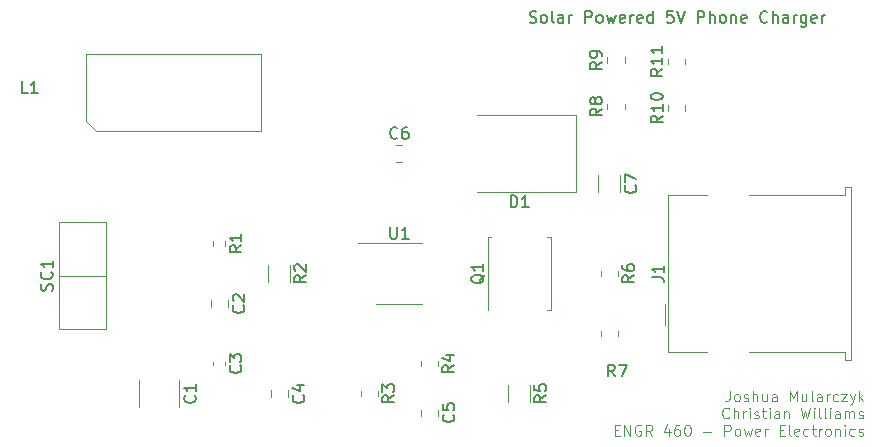
<source format=gbr>
%TF.GenerationSoftware,KiCad,Pcbnew,(6.0.4)*%
%TF.CreationDate,2022-06-02T17:00:47-07:00*%
%TF.ProjectId,SolarChargerV7,536f6c61-7243-4686-9172-67657256372e,rev?*%
%TF.SameCoordinates,Original*%
%TF.FileFunction,Legend,Top*%
%TF.FilePolarity,Positive*%
%FSLAX46Y46*%
G04 Gerber Fmt 4.6, Leading zero omitted, Abs format (unit mm)*
G04 Created by KiCad (PCBNEW (6.0.4)) date 2022-06-02 17:00:47*
%MOMM*%
%LPD*%
G01*
G04 APERTURE LIST*
%ADD10C,0.150000*%
%ADD11C,0.125000*%
%ADD12C,0.120000*%
G04 APERTURE END LIST*
D10*
X138033809Y-49844761D02*
X138176666Y-49892380D01*
X138414761Y-49892380D01*
X138509999Y-49844761D01*
X138557619Y-49797142D01*
X138605238Y-49701904D01*
X138605238Y-49606666D01*
X138557619Y-49511428D01*
X138509999Y-49463809D01*
X138414761Y-49416190D01*
X138224285Y-49368571D01*
X138129047Y-49320952D01*
X138081428Y-49273333D01*
X138033809Y-49178095D01*
X138033809Y-49082857D01*
X138081428Y-48987619D01*
X138129047Y-48940000D01*
X138224285Y-48892380D01*
X138462380Y-48892380D01*
X138605238Y-48940000D01*
X139176666Y-49892380D02*
X139081428Y-49844761D01*
X139033809Y-49797142D01*
X138986190Y-49701904D01*
X138986190Y-49416190D01*
X139033809Y-49320952D01*
X139081428Y-49273333D01*
X139176666Y-49225714D01*
X139319523Y-49225714D01*
X139414761Y-49273333D01*
X139462380Y-49320952D01*
X139509999Y-49416190D01*
X139509999Y-49701904D01*
X139462380Y-49797142D01*
X139414761Y-49844761D01*
X139319523Y-49892380D01*
X139176666Y-49892380D01*
X140081428Y-49892380D02*
X139986190Y-49844761D01*
X139938571Y-49749523D01*
X139938571Y-48892380D01*
X140890952Y-49892380D02*
X140890952Y-49368571D01*
X140843333Y-49273333D01*
X140748095Y-49225714D01*
X140557619Y-49225714D01*
X140462380Y-49273333D01*
X140890952Y-49844761D02*
X140795714Y-49892380D01*
X140557619Y-49892380D01*
X140462380Y-49844761D01*
X140414761Y-49749523D01*
X140414761Y-49654285D01*
X140462380Y-49559047D01*
X140557619Y-49511428D01*
X140795714Y-49511428D01*
X140890952Y-49463809D01*
X141367142Y-49892380D02*
X141367142Y-49225714D01*
X141367142Y-49416190D02*
X141414761Y-49320952D01*
X141462380Y-49273333D01*
X141557619Y-49225714D01*
X141652857Y-49225714D01*
X142748095Y-49892380D02*
X142748095Y-48892380D01*
X143129047Y-48892380D01*
X143224285Y-48940000D01*
X143271904Y-48987619D01*
X143319523Y-49082857D01*
X143319523Y-49225714D01*
X143271904Y-49320952D01*
X143224285Y-49368571D01*
X143129047Y-49416190D01*
X142748095Y-49416190D01*
X143890952Y-49892380D02*
X143795714Y-49844761D01*
X143748095Y-49797142D01*
X143700476Y-49701904D01*
X143700476Y-49416190D01*
X143748095Y-49320952D01*
X143795714Y-49273333D01*
X143890952Y-49225714D01*
X144033809Y-49225714D01*
X144129047Y-49273333D01*
X144176666Y-49320952D01*
X144224285Y-49416190D01*
X144224285Y-49701904D01*
X144176666Y-49797142D01*
X144129047Y-49844761D01*
X144033809Y-49892380D01*
X143890952Y-49892380D01*
X144557619Y-49225714D02*
X144748095Y-49892380D01*
X144938571Y-49416190D01*
X145129047Y-49892380D01*
X145319523Y-49225714D01*
X146081428Y-49844761D02*
X145986190Y-49892380D01*
X145795714Y-49892380D01*
X145700476Y-49844761D01*
X145652857Y-49749523D01*
X145652857Y-49368571D01*
X145700476Y-49273333D01*
X145795714Y-49225714D01*
X145986190Y-49225714D01*
X146081428Y-49273333D01*
X146129047Y-49368571D01*
X146129047Y-49463809D01*
X145652857Y-49559047D01*
X146557619Y-49892380D02*
X146557619Y-49225714D01*
X146557619Y-49416190D02*
X146605238Y-49320952D01*
X146652857Y-49273333D01*
X146748095Y-49225714D01*
X146843333Y-49225714D01*
X147557619Y-49844761D02*
X147462380Y-49892380D01*
X147271904Y-49892380D01*
X147176666Y-49844761D01*
X147129047Y-49749523D01*
X147129047Y-49368571D01*
X147176666Y-49273333D01*
X147271904Y-49225714D01*
X147462380Y-49225714D01*
X147557619Y-49273333D01*
X147605238Y-49368571D01*
X147605238Y-49463809D01*
X147129047Y-49559047D01*
X148462380Y-49892380D02*
X148462380Y-48892380D01*
X148462380Y-49844761D02*
X148367142Y-49892380D01*
X148176666Y-49892380D01*
X148081428Y-49844761D01*
X148033809Y-49797142D01*
X147986190Y-49701904D01*
X147986190Y-49416190D01*
X148033809Y-49320952D01*
X148081428Y-49273333D01*
X148176666Y-49225714D01*
X148367142Y-49225714D01*
X148462380Y-49273333D01*
X150176666Y-48892380D02*
X149700476Y-48892380D01*
X149652857Y-49368571D01*
X149700476Y-49320952D01*
X149795714Y-49273333D01*
X150033809Y-49273333D01*
X150129047Y-49320952D01*
X150176666Y-49368571D01*
X150224285Y-49463809D01*
X150224285Y-49701904D01*
X150176666Y-49797142D01*
X150129047Y-49844761D01*
X150033809Y-49892380D01*
X149795714Y-49892380D01*
X149700476Y-49844761D01*
X149652857Y-49797142D01*
X150509999Y-48892380D02*
X150843333Y-49892380D01*
X151176666Y-48892380D01*
X152271904Y-49892380D02*
X152271904Y-48892380D01*
X152652857Y-48892380D01*
X152748095Y-48940000D01*
X152795714Y-48987619D01*
X152843333Y-49082857D01*
X152843333Y-49225714D01*
X152795714Y-49320952D01*
X152748095Y-49368571D01*
X152652857Y-49416190D01*
X152271904Y-49416190D01*
X153271904Y-49892380D02*
X153271904Y-48892380D01*
X153700476Y-49892380D02*
X153700476Y-49368571D01*
X153652857Y-49273333D01*
X153557619Y-49225714D01*
X153414761Y-49225714D01*
X153319523Y-49273333D01*
X153271904Y-49320952D01*
X154319523Y-49892380D02*
X154224285Y-49844761D01*
X154176666Y-49797142D01*
X154129047Y-49701904D01*
X154129047Y-49416190D01*
X154176666Y-49320952D01*
X154224285Y-49273333D01*
X154319523Y-49225714D01*
X154462380Y-49225714D01*
X154557619Y-49273333D01*
X154605238Y-49320952D01*
X154652857Y-49416190D01*
X154652857Y-49701904D01*
X154605238Y-49797142D01*
X154557619Y-49844761D01*
X154462380Y-49892380D01*
X154319523Y-49892380D01*
X155081428Y-49225714D02*
X155081428Y-49892380D01*
X155081428Y-49320952D02*
X155129047Y-49273333D01*
X155224285Y-49225714D01*
X155367142Y-49225714D01*
X155462380Y-49273333D01*
X155509999Y-49368571D01*
X155509999Y-49892380D01*
X156367142Y-49844761D02*
X156271904Y-49892380D01*
X156081428Y-49892380D01*
X155986190Y-49844761D01*
X155938571Y-49749523D01*
X155938571Y-49368571D01*
X155986190Y-49273333D01*
X156081428Y-49225714D01*
X156271904Y-49225714D01*
X156367142Y-49273333D01*
X156414761Y-49368571D01*
X156414761Y-49463809D01*
X155938571Y-49559047D01*
X158176666Y-49797142D02*
X158129047Y-49844761D01*
X157986190Y-49892380D01*
X157890952Y-49892380D01*
X157748095Y-49844761D01*
X157652857Y-49749523D01*
X157605238Y-49654285D01*
X157557619Y-49463809D01*
X157557619Y-49320952D01*
X157605238Y-49130476D01*
X157652857Y-49035238D01*
X157748095Y-48940000D01*
X157890952Y-48892380D01*
X157986190Y-48892380D01*
X158129047Y-48940000D01*
X158176666Y-48987619D01*
X158605238Y-49892380D02*
X158605238Y-48892380D01*
X159033809Y-49892380D02*
X159033809Y-49368571D01*
X158986190Y-49273333D01*
X158890952Y-49225714D01*
X158748095Y-49225714D01*
X158652857Y-49273333D01*
X158605238Y-49320952D01*
X159938571Y-49892380D02*
X159938571Y-49368571D01*
X159890952Y-49273333D01*
X159795714Y-49225714D01*
X159605238Y-49225714D01*
X159509999Y-49273333D01*
X159938571Y-49844761D02*
X159843333Y-49892380D01*
X159605238Y-49892380D01*
X159509999Y-49844761D01*
X159462380Y-49749523D01*
X159462380Y-49654285D01*
X159509999Y-49559047D01*
X159605238Y-49511428D01*
X159843333Y-49511428D01*
X159938571Y-49463809D01*
X160414761Y-49892380D02*
X160414761Y-49225714D01*
X160414761Y-49416190D02*
X160462380Y-49320952D01*
X160509999Y-49273333D01*
X160605238Y-49225714D01*
X160700476Y-49225714D01*
X161462380Y-49225714D02*
X161462380Y-50035238D01*
X161414761Y-50130476D01*
X161367142Y-50178095D01*
X161271904Y-50225714D01*
X161129047Y-50225714D01*
X161033809Y-50178095D01*
X161462380Y-49844761D02*
X161367142Y-49892380D01*
X161176666Y-49892380D01*
X161081428Y-49844761D01*
X161033809Y-49797142D01*
X160986190Y-49701904D01*
X160986190Y-49416190D01*
X161033809Y-49320952D01*
X161081428Y-49273333D01*
X161176666Y-49225714D01*
X161367142Y-49225714D01*
X161462380Y-49273333D01*
X162319523Y-49844761D02*
X162224285Y-49892380D01*
X162033809Y-49892380D01*
X161938571Y-49844761D01*
X161890952Y-49749523D01*
X161890952Y-49368571D01*
X161938571Y-49273333D01*
X162033809Y-49225714D01*
X162224285Y-49225714D01*
X162319523Y-49273333D01*
X162367142Y-49368571D01*
X162367142Y-49463809D01*
X161890952Y-49559047D01*
X162795714Y-49892380D02*
X162795714Y-49225714D01*
X162795714Y-49416190D02*
X162843333Y-49320952D01*
X162890952Y-49273333D01*
X162986190Y-49225714D01*
X163081428Y-49225714D01*
D11*
X154963035Y-81048142D02*
X154963035Y-81691000D01*
X154920178Y-81819571D01*
X154834464Y-81905285D01*
X154705892Y-81948142D01*
X154620178Y-81948142D01*
X155520178Y-81948142D02*
X155434464Y-81905285D01*
X155391607Y-81862428D01*
X155348750Y-81776714D01*
X155348750Y-81519571D01*
X155391607Y-81433857D01*
X155434464Y-81391000D01*
X155520178Y-81348142D01*
X155648750Y-81348142D01*
X155734464Y-81391000D01*
X155777321Y-81433857D01*
X155820178Y-81519571D01*
X155820178Y-81776714D01*
X155777321Y-81862428D01*
X155734464Y-81905285D01*
X155648750Y-81948142D01*
X155520178Y-81948142D01*
X156163035Y-81905285D02*
X156248750Y-81948142D01*
X156420178Y-81948142D01*
X156505892Y-81905285D01*
X156548750Y-81819571D01*
X156548750Y-81776714D01*
X156505892Y-81691000D01*
X156420178Y-81648142D01*
X156291607Y-81648142D01*
X156205892Y-81605285D01*
X156163035Y-81519571D01*
X156163035Y-81476714D01*
X156205892Y-81391000D01*
X156291607Y-81348142D01*
X156420178Y-81348142D01*
X156505892Y-81391000D01*
X156934464Y-81948142D02*
X156934464Y-81048142D01*
X157320178Y-81948142D02*
X157320178Y-81476714D01*
X157277321Y-81391000D01*
X157191607Y-81348142D01*
X157063035Y-81348142D01*
X156977321Y-81391000D01*
X156934464Y-81433857D01*
X158134464Y-81348142D02*
X158134464Y-81948142D01*
X157748750Y-81348142D02*
X157748750Y-81819571D01*
X157791607Y-81905285D01*
X157877321Y-81948142D01*
X158005892Y-81948142D01*
X158091607Y-81905285D01*
X158134464Y-81862428D01*
X158948750Y-81948142D02*
X158948750Y-81476714D01*
X158905892Y-81391000D01*
X158820178Y-81348142D01*
X158648750Y-81348142D01*
X158563035Y-81391000D01*
X158948750Y-81905285D02*
X158863035Y-81948142D01*
X158648750Y-81948142D01*
X158563035Y-81905285D01*
X158520178Y-81819571D01*
X158520178Y-81733857D01*
X158563035Y-81648142D01*
X158648750Y-81605285D01*
X158863035Y-81605285D01*
X158948750Y-81562428D01*
X160063035Y-81948142D02*
X160063035Y-81048142D01*
X160363035Y-81691000D01*
X160663035Y-81048142D01*
X160663035Y-81948142D01*
X161477321Y-81348142D02*
X161477321Y-81948142D01*
X161091607Y-81348142D02*
X161091607Y-81819571D01*
X161134464Y-81905285D01*
X161220178Y-81948142D01*
X161348750Y-81948142D01*
X161434464Y-81905285D01*
X161477321Y-81862428D01*
X162034464Y-81948142D02*
X161948750Y-81905285D01*
X161905892Y-81819571D01*
X161905892Y-81048142D01*
X162763035Y-81948142D02*
X162763035Y-81476714D01*
X162720178Y-81391000D01*
X162634464Y-81348142D01*
X162463035Y-81348142D01*
X162377321Y-81391000D01*
X162763035Y-81905285D02*
X162677321Y-81948142D01*
X162463035Y-81948142D01*
X162377321Y-81905285D01*
X162334464Y-81819571D01*
X162334464Y-81733857D01*
X162377321Y-81648142D01*
X162463035Y-81605285D01*
X162677321Y-81605285D01*
X162763035Y-81562428D01*
X163191607Y-81948142D02*
X163191607Y-81348142D01*
X163191607Y-81519571D02*
X163234464Y-81433857D01*
X163277321Y-81391000D01*
X163363035Y-81348142D01*
X163448750Y-81348142D01*
X164134464Y-81905285D02*
X164048750Y-81948142D01*
X163877321Y-81948142D01*
X163791607Y-81905285D01*
X163748750Y-81862428D01*
X163705892Y-81776714D01*
X163705892Y-81519571D01*
X163748750Y-81433857D01*
X163791607Y-81391000D01*
X163877321Y-81348142D01*
X164048750Y-81348142D01*
X164134464Y-81391000D01*
X164434464Y-81348142D02*
X164905892Y-81348142D01*
X164434464Y-81948142D01*
X164905892Y-81948142D01*
X165163035Y-81348142D02*
X165377321Y-81948142D01*
X165591607Y-81348142D02*
X165377321Y-81948142D01*
X165291607Y-82162428D01*
X165248750Y-82205285D01*
X165163035Y-82248142D01*
X165934464Y-81948142D02*
X165934464Y-81048142D01*
X166020178Y-81605285D02*
X166277321Y-81948142D01*
X166277321Y-81348142D02*
X165934464Y-81691000D01*
X154920178Y-83311428D02*
X154877321Y-83354285D01*
X154748750Y-83397142D01*
X154663035Y-83397142D01*
X154534464Y-83354285D01*
X154448750Y-83268571D01*
X154405892Y-83182857D01*
X154363035Y-83011428D01*
X154363035Y-82882857D01*
X154405892Y-82711428D01*
X154448750Y-82625714D01*
X154534464Y-82540000D01*
X154663035Y-82497142D01*
X154748750Y-82497142D01*
X154877321Y-82540000D01*
X154920178Y-82582857D01*
X155305892Y-83397142D02*
X155305892Y-82497142D01*
X155691607Y-83397142D02*
X155691607Y-82925714D01*
X155648750Y-82840000D01*
X155563035Y-82797142D01*
X155434464Y-82797142D01*
X155348750Y-82840000D01*
X155305892Y-82882857D01*
X156120178Y-83397142D02*
X156120178Y-82797142D01*
X156120178Y-82968571D02*
X156163035Y-82882857D01*
X156205892Y-82840000D01*
X156291607Y-82797142D01*
X156377321Y-82797142D01*
X156677321Y-83397142D02*
X156677321Y-82797142D01*
X156677321Y-82497142D02*
X156634464Y-82540000D01*
X156677321Y-82582857D01*
X156720178Y-82540000D01*
X156677321Y-82497142D01*
X156677321Y-82582857D01*
X157063035Y-83354285D02*
X157148750Y-83397142D01*
X157320178Y-83397142D01*
X157405892Y-83354285D01*
X157448750Y-83268571D01*
X157448750Y-83225714D01*
X157405892Y-83140000D01*
X157320178Y-83097142D01*
X157191607Y-83097142D01*
X157105892Y-83054285D01*
X157063035Y-82968571D01*
X157063035Y-82925714D01*
X157105892Y-82840000D01*
X157191607Y-82797142D01*
X157320178Y-82797142D01*
X157405892Y-82840000D01*
X157705892Y-82797142D02*
X158048750Y-82797142D01*
X157834464Y-82497142D02*
X157834464Y-83268571D01*
X157877321Y-83354285D01*
X157963035Y-83397142D01*
X158048750Y-83397142D01*
X158348750Y-83397142D02*
X158348750Y-82797142D01*
X158348750Y-82497142D02*
X158305892Y-82540000D01*
X158348750Y-82582857D01*
X158391607Y-82540000D01*
X158348750Y-82497142D01*
X158348750Y-82582857D01*
X159163035Y-83397142D02*
X159163035Y-82925714D01*
X159120178Y-82840000D01*
X159034464Y-82797142D01*
X158863035Y-82797142D01*
X158777321Y-82840000D01*
X159163035Y-83354285D02*
X159077321Y-83397142D01*
X158863035Y-83397142D01*
X158777321Y-83354285D01*
X158734464Y-83268571D01*
X158734464Y-83182857D01*
X158777321Y-83097142D01*
X158863035Y-83054285D01*
X159077321Y-83054285D01*
X159163035Y-83011428D01*
X159591607Y-82797142D02*
X159591607Y-83397142D01*
X159591607Y-82882857D02*
X159634464Y-82840000D01*
X159720178Y-82797142D01*
X159848750Y-82797142D01*
X159934464Y-82840000D01*
X159977321Y-82925714D01*
X159977321Y-83397142D01*
X161005892Y-82497142D02*
X161220178Y-83397142D01*
X161391607Y-82754285D01*
X161563035Y-83397142D01*
X161777321Y-82497142D01*
X162120178Y-83397142D02*
X162120178Y-82797142D01*
X162120178Y-82497142D02*
X162077321Y-82540000D01*
X162120178Y-82582857D01*
X162163035Y-82540000D01*
X162120178Y-82497142D01*
X162120178Y-82582857D01*
X162677321Y-83397142D02*
X162591607Y-83354285D01*
X162548750Y-83268571D01*
X162548750Y-82497142D01*
X163148750Y-83397142D02*
X163063035Y-83354285D01*
X163020178Y-83268571D01*
X163020178Y-82497142D01*
X163491607Y-83397142D02*
X163491607Y-82797142D01*
X163491607Y-82497142D02*
X163448750Y-82540000D01*
X163491607Y-82582857D01*
X163534464Y-82540000D01*
X163491607Y-82497142D01*
X163491607Y-82582857D01*
X164305892Y-83397142D02*
X164305892Y-82925714D01*
X164263035Y-82840000D01*
X164177321Y-82797142D01*
X164005892Y-82797142D01*
X163920178Y-82840000D01*
X164305892Y-83354285D02*
X164220178Y-83397142D01*
X164005892Y-83397142D01*
X163920178Y-83354285D01*
X163877321Y-83268571D01*
X163877321Y-83182857D01*
X163920178Y-83097142D01*
X164005892Y-83054285D01*
X164220178Y-83054285D01*
X164305892Y-83011428D01*
X164734464Y-83397142D02*
X164734464Y-82797142D01*
X164734464Y-82882857D02*
X164777321Y-82840000D01*
X164863035Y-82797142D01*
X164991607Y-82797142D01*
X165077321Y-82840000D01*
X165120178Y-82925714D01*
X165120178Y-83397142D01*
X165120178Y-82925714D02*
X165163035Y-82840000D01*
X165248750Y-82797142D01*
X165377321Y-82797142D01*
X165463035Y-82840000D01*
X165505892Y-82925714D01*
X165505892Y-83397142D01*
X165891607Y-83354285D02*
X165977321Y-83397142D01*
X166148750Y-83397142D01*
X166234464Y-83354285D01*
X166277321Y-83268571D01*
X166277321Y-83225714D01*
X166234464Y-83140000D01*
X166148750Y-83097142D01*
X166020178Y-83097142D01*
X165934464Y-83054285D01*
X165891607Y-82968571D01*
X165891607Y-82925714D01*
X165934464Y-82840000D01*
X166020178Y-82797142D01*
X166148750Y-82797142D01*
X166234464Y-82840000D01*
X145234464Y-84374714D02*
X145534464Y-84374714D01*
X145663035Y-84846142D02*
X145234464Y-84846142D01*
X145234464Y-83946142D01*
X145663035Y-83946142D01*
X146048750Y-84846142D02*
X146048750Y-83946142D01*
X146563035Y-84846142D01*
X146563035Y-83946142D01*
X147463035Y-83989000D02*
X147377321Y-83946142D01*
X147248750Y-83946142D01*
X147120178Y-83989000D01*
X147034464Y-84074714D01*
X146991607Y-84160428D01*
X146948750Y-84331857D01*
X146948750Y-84460428D01*
X146991607Y-84631857D01*
X147034464Y-84717571D01*
X147120178Y-84803285D01*
X147248750Y-84846142D01*
X147334464Y-84846142D01*
X147463035Y-84803285D01*
X147505892Y-84760428D01*
X147505892Y-84460428D01*
X147334464Y-84460428D01*
X148405892Y-84846142D02*
X148105892Y-84417571D01*
X147891607Y-84846142D02*
X147891607Y-83946142D01*
X148234464Y-83946142D01*
X148320178Y-83989000D01*
X148363035Y-84031857D01*
X148405892Y-84117571D01*
X148405892Y-84246142D01*
X148363035Y-84331857D01*
X148320178Y-84374714D01*
X148234464Y-84417571D01*
X147891607Y-84417571D01*
X149863035Y-84246142D02*
X149863035Y-84846142D01*
X149648750Y-83903285D02*
X149434464Y-84546142D01*
X149991607Y-84546142D01*
X150720178Y-83946142D02*
X150548750Y-83946142D01*
X150463035Y-83989000D01*
X150420178Y-84031857D01*
X150334464Y-84160428D01*
X150291607Y-84331857D01*
X150291607Y-84674714D01*
X150334464Y-84760428D01*
X150377321Y-84803285D01*
X150463035Y-84846142D01*
X150634464Y-84846142D01*
X150720178Y-84803285D01*
X150763035Y-84760428D01*
X150805892Y-84674714D01*
X150805892Y-84460428D01*
X150763035Y-84374714D01*
X150720178Y-84331857D01*
X150634464Y-84289000D01*
X150463035Y-84289000D01*
X150377321Y-84331857D01*
X150334464Y-84374714D01*
X150291607Y-84460428D01*
X151363035Y-83946142D02*
X151448750Y-83946142D01*
X151534464Y-83989000D01*
X151577321Y-84031857D01*
X151620178Y-84117571D01*
X151663035Y-84289000D01*
X151663035Y-84503285D01*
X151620178Y-84674714D01*
X151577321Y-84760428D01*
X151534464Y-84803285D01*
X151448750Y-84846142D01*
X151363035Y-84846142D01*
X151277321Y-84803285D01*
X151234464Y-84760428D01*
X151191607Y-84674714D01*
X151148750Y-84503285D01*
X151148750Y-84289000D01*
X151191607Y-84117571D01*
X151234464Y-84031857D01*
X151277321Y-83989000D01*
X151363035Y-83946142D01*
X152734464Y-84503285D02*
X153420178Y-84503285D01*
X154534464Y-84846142D02*
X154534464Y-83946142D01*
X154877321Y-83946142D01*
X154963035Y-83989000D01*
X155005892Y-84031857D01*
X155048750Y-84117571D01*
X155048750Y-84246142D01*
X155005892Y-84331857D01*
X154963035Y-84374714D01*
X154877321Y-84417571D01*
X154534464Y-84417571D01*
X155563035Y-84846142D02*
X155477321Y-84803285D01*
X155434464Y-84760428D01*
X155391607Y-84674714D01*
X155391607Y-84417571D01*
X155434464Y-84331857D01*
X155477321Y-84289000D01*
X155563035Y-84246142D01*
X155691607Y-84246142D01*
X155777321Y-84289000D01*
X155820178Y-84331857D01*
X155863035Y-84417571D01*
X155863035Y-84674714D01*
X155820178Y-84760428D01*
X155777321Y-84803285D01*
X155691607Y-84846142D01*
X155563035Y-84846142D01*
X156163035Y-84246142D02*
X156334464Y-84846142D01*
X156505892Y-84417571D01*
X156677321Y-84846142D01*
X156848750Y-84246142D01*
X157534464Y-84803285D02*
X157448750Y-84846142D01*
X157277321Y-84846142D01*
X157191607Y-84803285D01*
X157148750Y-84717571D01*
X157148750Y-84374714D01*
X157191607Y-84289000D01*
X157277321Y-84246142D01*
X157448750Y-84246142D01*
X157534464Y-84289000D01*
X157577321Y-84374714D01*
X157577321Y-84460428D01*
X157148750Y-84546142D01*
X157963035Y-84846142D02*
X157963035Y-84246142D01*
X157963035Y-84417571D02*
X158005892Y-84331857D01*
X158048750Y-84289000D01*
X158134464Y-84246142D01*
X158220178Y-84246142D01*
X159205892Y-84374714D02*
X159505892Y-84374714D01*
X159634464Y-84846142D02*
X159205892Y-84846142D01*
X159205892Y-83946142D01*
X159634464Y-83946142D01*
X160148750Y-84846142D02*
X160063035Y-84803285D01*
X160020178Y-84717571D01*
X160020178Y-83946142D01*
X160834464Y-84803285D02*
X160748750Y-84846142D01*
X160577321Y-84846142D01*
X160491607Y-84803285D01*
X160448750Y-84717571D01*
X160448750Y-84374714D01*
X160491607Y-84289000D01*
X160577321Y-84246142D01*
X160748750Y-84246142D01*
X160834464Y-84289000D01*
X160877321Y-84374714D01*
X160877321Y-84460428D01*
X160448750Y-84546142D01*
X161648750Y-84803285D02*
X161563035Y-84846142D01*
X161391607Y-84846142D01*
X161305892Y-84803285D01*
X161263035Y-84760428D01*
X161220178Y-84674714D01*
X161220178Y-84417571D01*
X161263035Y-84331857D01*
X161305892Y-84289000D01*
X161391607Y-84246142D01*
X161563035Y-84246142D01*
X161648750Y-84289000D01*
X161905892Y-84246142D02*
X162248750Y-84246142D01*
X162034464Y-83946142D02*
X162034464Y-84717571D01*
X162077321Y-84803285D01*
X162163035Y-84846142D01*
X162248750Y-84846142D01*
X162548750Y-84846142D02*
X162548750Y-84246142D01*
X162548750Y-84417571D02*
X162591607Y-84331857D01*
X162634464Y-84289000D01*
X162720178Y-84246142D01*
X162805892Y-84246142D01*
X163234464Y-84846142D02*
X163148750Y-84803285D01*
X163105892Y-84760428D01*
X163063035Y-84674714D01*
X163063035Y-84417571D01*
X163105892Y-84331857D01*
X163148750Y-84289000D01*
X163234464Y-84246142D01*
X163363035Y-84246142D01*
X163448750Y-84289000D01*
X163491607Y-84331857D01*
X163534464Y-84417571D01*
X163534464Y-84674714D01*
X163491607Y-84760428D01*
X163448750Y-84803285D01*
X163363035Y-84846142D01*
X163234464Y-84846142D01*
X163920178Y-84246142D02*
X163920178Y-84846142D01*
X163920178Y-84331857D02*
X163963035Y-84289000D01*
X164048750Y-84246142D01*
X164177321Y-84246142D01*
X164263035Y-84289000D01*
X164305892Y-84374714D01*
X164305892Y-84846142D01*
X164734464Y-84846142D02*
X164734464Y-84246142D01*
X164734464Y-83946142D02*
X164691607Y-83989000D01*
X164734464Y-84031857D01*
X164777321Y-83989000D01*
X164734464Y-83946142D01*
X164734464Y-84031857D01*
X165548750Y-84803285D02*
X165463035Y-84846142D01*
X165291607Y-84846142D01*
X165205892Y-84803285D01*
X165163035Y-84760428D01*
X165120178Y-84674714D01*
X165120178Y-84417571D01*
X165163035Y-84331857D01*
X165205892Y-84289000D01*
X165291607Y-84246142D01*
X165463035Y-84246142D01*
X165548750Y-84289000D01*
X165891607Y-84803285D02*
X165977321Y-84846142D01*
X166148750Y-84846142D01*
X166234464Y-84803285D01*
X166277321Y-84717571D01*
X166277321Y-84674714D01*
X166234464Y-84589000D01*
X166148750Y-84546142D01*
X166020178Y-84546142D01*
X165934464Y-84503285D01*
X165891607Y-84417571D01*
X165891607Y-84374714D01*
X165934464Y-84289000D01*
X166020178Y-84246142D01*
X166148750Y-84246142D01*
X166234464Y-84289000D01*
D10*
%TO.C,SC1*%
X97604761Y-72561904D02*
X97652380Y-72419047D01*
X97652380Y-72180952D01*
X97604761Y-72085714D01*
X97557142Y-72038095D01*
X97461904Y-71990476D01*
X97366666Y-71990476D01*
X97271428Y-72038095D01*
X97223809Y-72085714D01*
X97176190Y-72180952D01*
X97128571Y-72371428D01*
X97080952Y-72466666D01*
X97033333Y-72514285D01*
X96938095Y-72561904D01*
X96842857Y-72561904D01*
X96747619Y-72514285D01*
X96700000Y-72466666D01*
X96652380Y-72371428D01*
X96652380Y-72133333D01*
X96700000Y-71990476D01*
X97557142Y-70990476D02*
X97604761Y-71038095D01*
X97652380Y-71180952D01*
X97652380Y-71276190D01*
X97604761Y-71419047D01*
X97509523Y-71514285D01*
X97414285Y-71561904D01*
X97223809Y-71609523D01*
X97080952Y-71609523D01*
X96890476Y-71561904D01*
X96795238Y-71514285D01*
X96700000Y-71419047D01*
X96652380Y-71276190D01*
X96652380Y-71180952D01*
X96700000Y-71038095D01*
X96747619Y-70990476D01*
X97652380Y-70038095D02*
X97652380Y-70609523D01*
X97652380Y-70323809D02*
X96652380Y-70323809D01*
X96795238Y-70419047D01*
X96890476Y-70514285D01*
X96938095Y-70609523D01*
%TO.C,D1*%
X136421904Y-65512380D02*
X136421904Y-64512380D01*
X136660000Y-64512380D01*
X136802857Y-64560000D01*
X136898095Y-64655238D01*
X136945714Y-64750476D01*
X136993333Y-64940952D01*
X136993333Y-65083809D01*
X136945714Y-65274285D01*
X136898095Y-65369523D01*
X136802857Y-65464761D01*
X136660000Y-65512380D01*
X136421904Y-65512380D01*
X137945714Y-65512380D02*
X137374285Y-65512380D01*
X137660000Y-65512380D02*
X137660000Y-64512380D01*
X137564761Y-64655238D01*
X137469523Y-64750476D01*
X137374285Y-64798095D01*
%TO.C,U1*%
X126238095Y-67172380D02*
X126238095Y-67981904D01*
X126285714Y-68077142D01*
X126333333Y-68124761D01*
X126428571Y-68172380D01*
X126619047Y-68172380D01*
X126714285Y-68124761D01*
X126761904Y-68077142D01*
X126809523Y-67981904D01*
X126809523Y-67172380D01*
X127809523Y-68172380D02*
X127238095Y-68172380D01*
X127523809Y-68172380D02*
X127523809Y-67172380D01*
X127428571Y-67315238D01*
X127333333Y-67410476D01*
X127238095Y-67458095D01*
%TO.C,R11*%
X149282380Y-53790357D02*
X148806190Y-54123690D01*
X149282380Y-54361785D02*
X148282380Y-54361785D01*
X148282380Y-53980833D01*
X148330000Y-53885595D01*
X148377619Y-53837976D01*
X148472857Y-53790357D01*
X148615714Y-53790357D01*
X148710952Y-53837976D01*
X148758571Y-53885595D01*
X148806190Y-53980833D01*
X148806190Y-54361785D01*
X149282380Y-52837976D02*
X149282380Y-53409404D01*
X149282380Y-53123690D02*
X148282380Y-53123690D01*
X148425238Y-53218928D01*
X148520476Y-53314166D01*
X148568095Y-53409404D01*
X149282380Y-51885595D02*
X149282380Y-52457023D01*
X149282380Y-52171309D02*
X148282380Y-52171309D01*
X148425238Y-52266547D01*
X148520476Y-52361785D01*
X148568095Y-52457023D01*
%TO.C,L1*%
X95533333Y-55852380D02*
X95057142Y-55852380D01*
X95057142Y-54852380D01*
X96390476Y-55852380D02*
X95819047Y-55852380D01*
X96104761Y-55852380D02*
X96104761Y-54852380D01*
X96009523Y-54995238D01*
X95914285Y-55090476D01*
X95819047Y-55138095D01*
%TO.C,R2*%
X119112380Y-71286666D02*
X118636190Y-71620000D01*
X119112380Y-71858095D02*
X118112380Y-71858095D01*
X118112380Y-71477142D01*
X118160000Y-71381904D01*
X118207619Y-71334285D01*
X118302857Y-71286666D01*
X118445714Y-71286666D01*
X118540952Y-71334285D01*
X118588571Y-71381904D01*
X118636190Y-71477142D01*
X118636190Y-71858095D01*
X118207619Y-70905714D02*
X118160000Y-70858095D01*
X118112380Y-70762857D01*
X118112380Y-70524761D01*
X118160000Y-70429523D01*
X118207619Y-70381904D01*
X118302857Y-70334285D01*
X118398095Y-70334285D01*
X118540952Y-70381904D01*
X119112380Y-70953333D01*
X119112380Y-70334285D01*
%TO.C,R3*%
X126562380Y-81446666D02*
X126086190Y-81780000D01*
X126562380Y-82018095D02*
X125562380Y-82018095D01*
X125562380Y-81637142D01*
X125610000Y-81541904D01*
X125657619Y-81494285D01*
X125752857Y-81446666D01*
X125895714Y-81446666D01*
X125990952Y-81494285D01*
X126038571Y-81541904D01*
X126086190Y-81637142D01*
X126086190Y-82018095D01*
X125562380Y-81113333D02*
X125562380Y-80494285D01*
X125943333Y-80827619D01*
X125943333Y-80684761D01*
X125990952Y-80589523D01*
X126038571Y-80541904D01*
X126133809Y-80494285D01*
X126371904Y-80494285D01*
X126467142Y-80541904D01*
X126514761Y-80589523D01*
X126562380Y-80684761D01*
X126562380Y-80970476D01*
X126514761Y-81065714D01*
X126467142Y-81113333D01*
%TO.C,C6*%
X126833333Y-59637142D02*
X126785714Y-59684761D01*
X126642857Y-59732380D01*
X126547619Y-59732380D01*
X126404761Y-59684761D01*
X126309523Y-59589523D01*
X126261904Y-59494285D01*
X126214285Y-59303809D01*
X126214285Y-59160952D01*
X126261904Y-58970476D01*
X126309523Y-58875238D01*
X126404761Y-58780000D01*
X126547619Y-58732380D01*
X126642857Y-58732380D01*
X126785714Y-58780000D01*
X126833333Y-58827619D01*
X127690476Y-58732380D02*
X127500000Y-58732380D01*
X127404761Y-58780000D01*
X127357142Y-58827619D01*
X127261904Y-58970476D01*
X127214285Y-59160952D01*
X127214285Y-59541904D01*
X127261904Y-59637142D01*
X127309523Y-59684761D01*
X127404761Y-59732380D01*
X127595238Y-59732380D01*
X127690476Y-59684761D01*
X127738095Y-59637142D01*
X127785714Y-59541904D01*
X127785714Y-59303809D01*
X127738095Y-59208571D01*
X127690476Y-59160952D01*
X127595238Y-59113333D01*
X127404761Y-59113333D01*
X127309523Y-59160952D01*
X127261904Y-59208571D01*
X127214285Y-59303809D01*
%TO.C,R4*%
X131642380Y-78906666D02*
X131166190Y-79240000D01*
X131642380Y-79478095D02*
X130642380Y-79478095D01*
X130642380Y-79097142D01*
X130690000Y-79001904D01*
X130737619Y-78954285D01*
X130832857Y-78906666D01*
X130975714Y-78906666D01*
X131070952Y-78954285D01*
X131118571Y-79001904D01*
X131166190Y-79097142D01*
X131166190Y-79478095D01*
X130975714Y-78049523D02*
X131642380Y-78049523D01*
X130594761Y-78287619D02*
X131309047Y-78525714D01*
X131309047Y-77906666D01*
%TO.C,C3*%
X113547142Y-78906666D02*
X113594761Y-78954285D01*
X113642380Y-79097142D01*
X113642380Y-79192380D01*
X113594761Y-79335238D01*
X113499523Y-79430476D01*
X113404285Y-79478095D01*
X113213809Y-79525714D01*
X113070952Y-79525714D01*
X112880476Y-79478095D01*
X112785238Y-79430476D01*
X112690000Y-79335238D01*
X112642380Y-79192380D01*
X112642380Y-79097142D01*
X112690000Y-78954285D01*
X112737619Y-78906666D01*
X112642380Y-78573333D02*
X112642380Y-77954285D01*
X113023333Y-78287619D01*
X113023333Y-78144761D01*
X113070952Y-78049523D01*
X113118571Y-78001904D01*
X113213809Y-77954285D01*
X113451904Y-77954285D01*
X113547142Y-78001904D01*
X113594761Y-78049523D01*
X113642380Y-78144761D01*
X113642380Y-78430476D01*
X113594761Y-78525714D01*
X113547142Y-78573333D01*
%TO.C,C2*%
X113797142Y-73826666D02*
X113844761Y-73874285D01*
X113892380Y-74017142D01*
X113892380Y-74112380D01*
X113844761Y-74255238D01*
X113749523Y-74350476D01*
X113654285Y-74398095D01*
X113463809Y-74445714D01*
X113320952Y-74445714D01*
X113130476Y-74398095D01*
X113035238Y-74350476D01*
X112940000Y-74255238D01*
X112892380Y-74112380D01*
X112892380Y-74017142D01*
X112940000Y-73874285D01*
X112987619Y-73826666D01*
X112987619Y-73445714D02*
X112940000Y-73398095D01*
X112892380Y-73302857D01*
X112892380Y-73064761D01*
X112940000Y-72969523D01*
X112987619Y-72921904D01*
X113082857Y-72874285D01*
X113178095Y-72874285D01*
X113320952Y-72921904D01*
X113892380Y-73493333D01*
X113892380Y-72874285D01*
%TO.C,R1*%
X113642380Y-68746666D02*
X113166190Y-69080000D01*
X113642380Y-69318095D02*
X112642380Y-69318095D01*
X112642380Y-68937142D01*
X112690000Y-68841904D01*
X112737619Y-68794285D01*
X112832857Y-68746666D01*
X112975714Y-68746666D01*
X113070952Y-68794285D01*
X113118571Y-68841904D01*
X113166190Y-68937142D01*
X113166190Y-69318095D01*
X113642380Y-67794285D02*
X113642380Y-68365714D01*
X113642380Y-68080000D02*
X112642380Y-68080000D01*
X112785238Y-68175238D01*
X112880476Y-68270476D01*
X112928095Y-68365714D01*
%TO.C,R6*%
X146882380Y-71286666D02*
X146406190Y-71620000D01*
X146882380Y-71858095D02*
X145882380Y-71858095D01*
X145882380Y-71477142D01*
X145930000Y-71381904D01*
X145977619Y-71334285D01*
X146072857Y-71286666D01*
X146215714Y-71286666D01*
X146310952Y-71334285D01*
X146358571Y-71381904D01*
X146406190Y-71477142D01*
X146406190Y-71858095D01*
X145882380Y-70429523D02*
X145882380Y-70620000D01*
X145930000Y-70715238D01*
X145977619Y-70762857D01*
X146120476Y-70858095D01*
X146310952Y-70905714D01*
X146691904Y-70905714D01*
X146787142Y-70858095D01*
X146834761Y-70810476D01*
X146882380Y-70715238D01*
X146882380Y-70524761D01*
X146834761Y-70429523D01*
X146787142Y-70381904D01*
X146691904Y-70334285D01*
X146453809Y-70334285D01*
X146358571Y-70381904D01*
X146310952Y-70429523D01*
X146263333Y-70524761D01*
X146263333Y-70715238D01*
X146310952Y-70810476D01*
X146358571Y-70858095D01*
X146453809Y-70905714D01*
%TO.C,R8*%
X144152380Y-57164166D02*
X143676190Y-57497500D01*
X144152380Y-57735595D02*
X143152380Y-57735595D01*
X143152380Y-57354642D01*
X143200000Y-57259404D01*
X143247619Y-57211785D01*
X143342857Y-57164166D01*
X143485714Y-57164166D01*
X143580952Y-57211785D01*
X143628571Y-57259404D01*
X143676190Y-57354642D01*
X143676190Y-57735595D01*
X143580952Y-56592738D02*
X143533333Y-56687976D01*
X143485714Y-56735595D01*
X143390476Y-56783214D01*
X143342857Y-56783214D01*
X143247619Y-56735595D01*
X143200000Y-56687976D01*
X143152380Y-56592738D01*
X143152380Y-56402261D01*
X143200000Y-56307023D01*
X143247619Y-56259404D01*
X143342857Y-56211785D01*
X143390476Y-56211785D01*
X143485714Y-56259404D01*
X143533333Y-56307023D01*
X143580952Y-56402261D01*
X143580952Y-56592738D01*
X143628571Y-56687976D01*
X143676190Y-56735595D01*
X143771428Y-56783214D01*
X143961904Y-56783214D01*
X144057142Y-56735595D01*
X144104761Y-56687976D01*
X144152380Y-56592738D01*
X144152380Y-56402261D01*
X144104761Y-56307023D01*
X144057142Y-56259404D01*
X143961904Y-56211785D01*
X143771428Y-56211785D01*
X143676190Y-56259404D01*
X143628571Y-56307023D01*
X143580952Y-56402261D01*
%TO.C,R9*%
X144142380Y-53224166D02*
X143666190Y-53557500D01*
X144142380Y-53795595D02*
X143142380Y-53795595D01*
X143142380Y-53414642D01*
X143190000Y-53319404D01*
X143237619Y-53271785D01*
X143332857Y-53224166D01*
X143475714Y-53224166D01*
X143570952Y-53271785D01*
X143618571Y-53319404D01*
X143666190Y-53414642D01*
X143666190Y-53795595D01*
X144142380Y-52747976D02*
X144142380Y-52557500D01*
X144094761Y-52462261D01*
X144047142Y-52414642D01*
X143904285Y-52319404D01*
X143713809Y-52271785D01*
X143332857Y-52271785D01*
X143237619Y-52319404D01*
X143190000Y-52367023D01*
X143142380Y-52462261D01*
X143142380Y-52652738D01*
X143190000Y-52747976D01*
X143237619Y-52795595D01*
X143332857Y-52843214D01*
X143570952Y-52843214D01*
X143666190Y-52795595D01*
X143713809Y-52747976D01*
X143761428Y-52652738D01*
X143761428Y-52462261D01*
X143713809Y-52367023D01*
X143666190Y-52319404D01*
X143570952Y-52271785D01*
%TO.C,C1*%
X109687142Y-81446666D02*
X109734761Y-81494285D01*
X109782380Y-81637142D01*
X109782380Y-81732380D01*
X109734761Y-81875238D01*
X109639523Y-81970476D01*
X109544285Y-82018095D01*
X109353809Y-82065714D01*
X109210952Y-82065714D01*
X109020476Y-82018095D01*
X108925238Y-81970476D01*
X108830000Y-81875238D01*
X108782380Y-81732380D01*
X108782380Y-81637142D01*
X108830000Y-81494285D01*
X108877619Y-81446666D01*
X109782380Y-80494285D02*
X109782380Y-81065714D01*
X109782380Y-80780000D02*
X108782380Y-80780000D01*
X108925238Y-80875238D01*
X109020476Y-80970476D01*
X109068095Y-81065714D01*
%TO.C,R7*%
X145248333Y-79827380D02*
X144915000Y-79351190D01*
X144676904Y-79827380D02*
X144676904Y-78827380D01*
X145057857Y-78827380D01*
X145153095Y-78875000D01*
X145200714Y-78922619D01*
X145248333Y-79017857D01*
X145248333Y-79160714D01*
X145200714Y-79255952D01*
X145153095Y-79303571D01*
X145057857Y-79351190D01*
X144676904Y-79351190D01*
X145581666Y-78827380D02*
X146248333Y-78827380D01*
X145819761Y-79827380D01*
%TO.C,Q1*%
X134207619Y-71215238D02*
X134160000Y-71310476D01*
X134064761Y-71405714D01*
X133921904Y-71548571D01*
X133874285Y-71643809D01*
X133874285Y-71739047D01*
X134112380Y-71691428D02*
X134064761Y-71786666D01*
X133969523Y-71881904D01*
X133779047Y-71929523D01*
X133445714Y-71929523D01*
X133255238Y-71881904D01*
X133160000Y-71786666D01*
X133112380Y-71691428D01*
X133112380Y-71500952D01*
X133160000Y-71405714D01*
X133255238Y-71310476D01*
X133445714Y-71262857D01*
X133779047Y-71262857D01*
X133969523Y-71310476D01*
X134064761Y-71405714D01*
X134112380Y-71500952D01*
X134112380Y-71691428D01*
X134112380Y-70310476D02*
X134112380Y-70881904D01*
X134112380Y-70596190D02*
X133112380Y-70596190D01*
X133255238Y-70691428D01*
X133350476Y-70786666D01*
X133398095Y-70881904D01*
%TO.C,R10*%
X149302380Y-57760357D02*
X148826190Y-58093690D01*
X149302380Y-58331785D02*
X148302380Y-58331785D01*
X148302380Y-57950833D01*
X148350000Y-57855595D01*
X148397619Y-57807976D01*
X148492857Y-57760357D01*
X148635714Y-57760357D01*
X148730952Y-57807976D01*
X148778571Y-57855595D01*
X148826190Y-57950833D01*
X148826190Y-58331785D01*
X149302380Y-56807976D02*
X149302380Y-57379404D01*
X149302380Y-57093690D02*
X148302380Y-57093690D01*
X148445238Y-57188928D01*
X148540476Y-57284166D01*
X148588095Y-57379404D01*
X148302380Y-56188928D02*
X148302380Y-56093690D01*
X148350000Y-55998452D01*
X148397619Y-55950833D01*
X148492857Y-55903214D01*
X148683333Y-55855595D01*
X148921428Y-55855595D01*
X149111904Y-55903214D01*
X149207142Y-55950833D01*
X149254761Y-55998452D01*
X149302380Y-56093690D01*
X149302380Y-56188928D01*
X149254761Y-56284166D01*
X149207142Y-56331785D01*
X149111904Y-56379404D01*
X148921428Y-56427023D01*
X148683333Y-56427023D01*
X148492857Y-56379404D01*
X148397619Y-56331785D01*
X148350000Y-56284166D01*
X148302380Y-56188928D01*
%TO.C,J1*%
X148382380Y-71453333D02*
X149096666Y-71453333D01*
X149239523Y-71500952D01*
X149334761Y-71596190D01*
X149382380Y-71739047D01*
X149382380Y-71834285D01*
X149382380Y-70453333D02*
X149382380Y-71024761D01*
X149382380Y-70739047D02*
X148382380Y-70739047D01*
X148525238Y-70834285D01*
X148620476Y-70929523D01*
X148668095Y-71024761D01*
%TO.C,C7*%
X146987142Y-63666666D02*
X147034761Y-63714285D01*
X147082380Y-63857142D01*
X147082380Y-63952380D01*
X147034761Y-64095238D01*
X146939523Y-64190476D01*
X146844285Y-64238095D01*
X146653809Y-64285714D01*
X146510952Y-64285714D01*
X146320476Y-64238095D01*
X146225238Y-64190476D01*
X146130000Y-64095238D01*
X146082380Y-63952380D01*
X146082380Y-63857142D01*
X146130000Y-63714285D01*
X146177619Y-63666666D01*
X146082380Y-63333333D02*
X146082380Y-62666666D01*
X147082380Y-63095238D01*
%TO.C,C5*%
X131577142Y-83074166D02*
X131624761Y-83121785D01*
X131672380Y-83264642D01*
X131672380Y-83359880D01*
X131624761Y-83502738D01*
X131529523Y-83597976D01*
X131434285Y-83645595D01*
X131243809Y-83693214D01*
X131100952Y-83693214D01*
X130910476Y-83645595D01*
X130815238Y-83597976D01*
X130720000Y-83502738D01*
X130672380Y-83359880D01*
X130672380Y-83264642D01*
X130720000Y-83121785D01*
X130767619Y-83074166D01*
X130672380Y-82169404D02*
X130672380Y-82645595D01*
X131148571Y-82693214D01*
X131100952Y-82645595D01*
X131053333Y-82550357D01*
X131053333Y-82312261D01*
X131100952Y-82217023D01*
X131148571Y-82169404D01*
X131243809Y-82121785D01*
X131481904Y-82121785D01*
X131577142Y-82169404D01*
X131624761Y-82217023D01*
X131672380Y-82312261D01*
X131672380Y-82550357D01*
X131624761Y-82645595D01*
X131577142Y-82693214D01*
%TO.C,C4*%
X118877142Y-81446666D02*
X118924761Y-81494285D01*
X118972380Y-81637142D01*
X118972380Y-81732380D01*
X118924761Y-81875238D01*
X118829523Y-81970476D01*
X118734285Y-82018095D01*
X118543809Y-82065714D01*
X118400952Y-82065714D01*
X118210476Y-82018095D01*
X118115238Y-81970476D01*
X118020000Y-81875238D01*
X117972380Y-81732380D01*
X117972380Y-81637142D01*
X118020000Y-81494285D01*
X118067619Y-81446666D01*
X118305714Y-80589523D02*
X118972380Y-80589523D01*
X117924761Y-80827619D02*
X118639047Y-81065714D01*
X118639047Y-80446666D01*
%TO.C,R5*%
X139432380Y-81446666D02*
X138956190Y-81780000D01*
X139432380Y-82018095D02*
X138432380Y-82018095D01*
X138432380Y-81637142D01*
X138480000Y-81541904D01*
X138527619Y-81494285D01*
X138622857Y-81446666D01*
X138765714Y-81446666D01*
X138860952Y-81494285D01*
X138908571Y-81541904D01*
X138956190Y-81637142D01*
X138956190Y-82018095D01*
X138432380Y-80541904D02*
X138432380Y-81018095D01*
X138908571Y-81065714D01*
X138860952Y-81018095D01*
X138813333Y-80922857D01*
X138813333Y-80684761D01*
X138860952Y-80589523D01*
X138908571Y-80541904D01*
X139003809Y-80494285D01*
X139241904Y-80494285D01*
X139337142Y-80541904D01*
X139384761Y-80589523D01*
X139432380Y-80684761D01*
X139432380Y-80922857D01*
X139384761Y-81018095D01*
X139337142Y-81065714D01*
D12*
%TO.C,SC1*%
X102200000Y-75840000D02*
X98200000Y-75840000D01*
X102200000Y-71300000D02*
X98200000Y-71300000D01*
X102200000Y-66760000D02*
X102200000Y-75840000D01*
X98200000Y-66760000D02*
X102200000Y-66760000D01*
X98200000Y-75840000D02*
X98200000Y-66760000D01*
%TO.C,D1*%
X141960000Y-57710000D02*
X141960000Y-64210000D01*
X141960000Y-57710000D02*
X133560000Y-57710000D01*
X141960000Y-64210000D02*
X133560000Y-64210000D01*
%TO.C,U1*%
X127000000Y-73680000D02*
X128950000Y-73680000D01*
X127000000Y-73680000D02*
X125050000Y-73680000D01*
X127000000Y-68560000D02*
X123550000Y-68560000D01*
X127000000Y-68560000D02*
X128950000Y-68560000D01*
%TO.C,R11*%
X149745000Y-53374564D02*
X149745000Y-52920436D01*
X151215000Y-53374564D02*
X151215000Y-52920436D01*
%TO.C,L1*%
X101300000Y-59050000D02*
X100500000Y-58250000D01*
X115300000Y-52550000D02*
X115300000Y-59050000D01*
X100500000Y-58250000D02*
X100500000Y-52550000D01*
X115300000Y-59050000D02*
X101300000Y-59050000D01*
X100500000Y-52550000D02*
X115300000Y-52550000D01*
%TO.C,R2*%
X115930000Y-70392936D02*
X115930000Y-71847064D01*
X117750000Y-70392936D02*
X117750000Y-71847064D01*
%TO.C,R3*%
X125195000Y-81052936D02*
X125195000Y-81507064D01*
X123725000Y-81052936D02*
X123725000Y-81507064D01*
%TO.C,C6*%
X126738748Y-60225000D02*
X127261252Y-60225000D01*
X126738748Y-61695000D02*
X127261252Y-61695000D01*
%TO.C,R4*%
X128805000Y-78512936D02*
X128805000Y-78967064D01*
X130275000Y-78512936D02*
X130275000Y-78967064D01*
%TO.C,C3*%
X111250000Y-78599420D02*
X111250000Y-78880580D01*
X112270000Y-78599420D02*
X112270000Y-78880580D01*
%TO.C,C2*%
X112495000Y-73398748D02*
X112495000Y-73921252D01*
X111025000Y-73398748D02*
X111025000Y-73921252D01*
%TO.C,R1*%
X111237500Y-68342742D02*
X111237500Y-68817258D01*
X112282500Y-68342742D02*
X112282500Y-68817258D01*
%TO.C,R6*%
X145515000Y-70892936D02*
X145515000Y-71347064D01*
X144045000Y-70892936D02*
X144045000Y-71347064D01*
%TO.C,R8*%
X146085000Y-57224564D02*
X146085000Y-56770436D01*
X144615000Y-57224564D02*
X144615000Y-56770436D01*
%TO.C,R9*%
X146075000Y-53284564D02*
X146075000Y-52830436D01*
X144605000Y-53284564D02*
X144605000Y-52830436D01*
%TO.C,C1*%
X108390000Y-80118748D02*
X108390000Y-82441252D01*
X104970000Y-80118748D02*
X104970000Y-82441252D01*
%TO.C,R7*%
X144045000Y-75972936D02*
X144045000Y-76427064D01*
X145515000Y-75972936D02*
X145515000Y-76427064D01*
%TO.C,Q1*%
X139495000Y-74180000D02*
X139845000Y-74180000D01*
X139845000Y-68060000D02*
X139845000Y-74180000D01*
X134775000Y-68060000D02*
X134475000Y-68060000D01*
X134475000Y-68060000D02*
X134475000Y-74180000D01*
X139545000Y-68060000D02*
X139845000Y-68060000D01*
%TO.C,R10*%
X149765000Y-57344564D02*
X149765000Y-56890436D01*
X151235000Y-57344564D02*
X151235000Y-56890436D01*
%TO.C,J1*%
X165220000Y-63810000D02*
X164700000Y-63810000D01*
X164700000Y-63810000D02*
X164700000Y-64460000D01*
X164700000Y-77780000D02*
X164700000Y-78430000D01*
X149740000Y-64460000D02*
X153070000Y-64460000D01*
X156590000Y-64460000D02*
X164700000Y-64460000D01*
X149740000Y-77780000D02*
X149740000Y-64460000D01*
X149520000Y-75520000D02*
X149520000Y-73720000D01*
X164700000Y-77780000D02*
X156590000Y-77780000D01*
X149740000Y-77780000D02*
X153070000Y-77780000D01*
X165220000Y-78430000D02*
X165220000Y-63810000D01*
X164700000Y-78430000D02*
X165220000Y-78430000D01*
%TO.C,C7*%
X145690000Y-62788748D02*
X145690000Y-64211252D01*
X143870000Y-62788748D02*
X143870000Y-64211252D01*
%TO.C,C5*%
X130275000Y-82646248D02*
X130275000Y-83168752D01*
X128805000Y-82646248D02*
X128805000Y-83168752D01*
%TO.C,C4*%
X117575000Y-81018748D02*
X117575000Y-81541252D01*
X116105000Y-81018748D02*
X116105000Y-81541252D01*
%TO.C,R5*%
X136250000Y-80552936D02*
X136250000Y-82007064D01*
X138070000Y-80552936D02*
X138070000Y-82007064D01*
%TD*%
M02*

</source>
